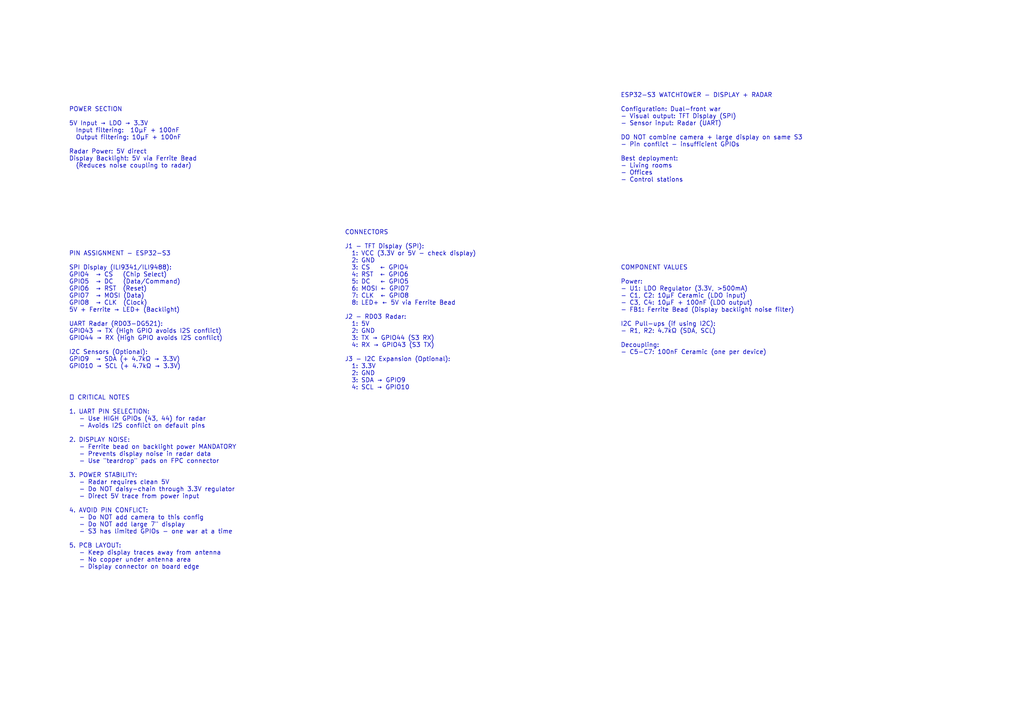
<source format=kicad_sch>
(kicad_sch (version 20250114) (generator "eeschema") (generator_version "9.0")
  (paper "A4")
  (title_block (title "ESP32-S3 Watchtower - Display + Radar Node") (date "2025-12-06") (rev "1.0") (company "Vanguard AI System"))
  (lib_symbols
    (symbol "power:+3V3" (power) (pin_names (offset 0))
      (property "Reference" "#PWR" (at 0 0 0))
      (property "Value" "+3V3" (at 0 3.81 0))
    )
    (symbol "power:+5V" (power) (pin_names (offset 0))
      (property "Reference" "#PWR" (at 0 0 0))
      (property "Value" "+5V" (at 0 3.81 0))
    )
    (symbol "power:GND" (power) (pin_names (offset 0))
      (property "Reference" "#PWR" (at 0 0 0))
      (property "Value" "GND" (at 0 -3.81 0))
    )
  )
  (text "⚠️ CRITICAL NOTES\n\n1. UART PIN SELECTION:\n   - Use HIGH GPIOs (43, 44) for radar\n   - Avoids I2S conflict on default pins\n   \n2. DISPLAY NOISE:\n   - Ferrite bead on backlight power MANDATORY\n   - Prevents display noise in radar data\n   - Use \"teardrop\" pads on FPC connector\n   \n3. POWER STABILITY:\n   - Radar requires clean 5V\n   - Do NOT daisy-chain through 3.3V regulator\n   - Direct 5V trace from power input\n   \n4. AVOID PIN CONFLICT:\n   - Do NOT add camera to this config\n   - Do NOT add large 7\" display\n   - S3 has limited GPIOs - one war at a time\n   \n5. PCB LAYOUT:\n   - Keep display traces away from antenna\n   - No copper under antenna area\n   - Display connector on board edge" (at 20 140 0) (effects (font (size 1.27 1.27)) (justify left)))
  (text "POWER SECTION\n\n5V Input → LDO → 3.3V\n  Input filtering:  10µF + 100nF\n  Output filtering: 10µF + 100nF\n\nRadar Power: 5V direct\nDisplay Backlight: 5V via Ferrite Bead\n  (Reduces noise coupling to radar)" (at 20 40 0) (effects (font (size 1.27 1.27)) (justify left)))
  (text "COMPONENT VALUES\n\nPower:\n- U1: LDO Regulator (3.3V, >500mA)\n- C1, C2: 10µF Ceramic (LDO input)\n- C3, C4: 10µF + 100nF (LDO output)\n- FB1: Ferrite Bead (Display backlight noise filter)\n\nI2C Pull-ups (if using I2C):\n- R1, R2: 4.7kΩ (SDA, SCL)\n\nDecoupling:\n- C5-C7: 100nF Ceramic (one per device)" (at 180 90 0) (effects (font (size 1.27 1.27)) (justify left)))
  (text "PIN ASSIGNMENT - ESP32-S3\n\nSPI Display (ILI9341/ILI9488):\nGPIO4  → CS   (Chip Select)\nGPIO5  → DC   (Data/Command)\nGPIO6  → RST  (Reset)\nGPIO7  → MOSI (Data)\nGPIO8  → CLK  (Clock)\n5V + Ferrite → LED+ (Backlight)\n\nUART Radar (RD03-DG521):\nGPIO43 → TX (High GPIO avoids I2S conflict)\nGPIO44 → RX (High GPIO avoids I2S conflict)\n\nI2C Sensors (Optional):\nGPIO9  → SDA (+ 4.7kΩ → 3.3V)\nGPIO10 → SCL (+ 4.7kΩ → 3.3V)" (at 20 90 0) (effects (font (size 1.27 1.27)) (justify left)))
  (text "ESP32-S3 WATCHTOWER - DISPLAY + RADAR\n\nConfiguration: Dual-front war\n- Visual output: TFT Display (SPI)\n- Sensor input: Radar (UART)\n\nDO NOT combine camera + large display on same S3\n- Pin conflict - insufficient GPIOs\n\nBest deployment:\n- Living rooms\n- Offices\n- Control stations" (at 180 40 0) (effects (font (size 1.27 1.27)) (justify left)))
  (text "CONNECTORS\n\nJ1 - TFT Display (SPI):\n  1: VCC (3.3V or 5V - check display)\n  2: GND\n  3: CS   ← GPIO4\n  4: RST  ← GPIO6\n  5: DC   ← GPIO5\n  6: MOSI ← GPIO7\n  7: CLK  ← GPIO8\n  8: LED+ ← 5V via Ferrite Bead\n\nJ2 - RD03 Radar:\n  1: 5V\n  2: GND\n  3: TX → GPIO44 (S3 RX)\n  4: RX → GPIO43 (S3 TX)\n\nJ3 - I2C Expansion (Optional):\n  1: 3.3V\n  2: GND\n  3: SDA → GPIO9\n  4: SCL → GPIO10" (at 100 90 0) (effects (font (size 1.27 1.27)) (justify left)))
)
</source>
